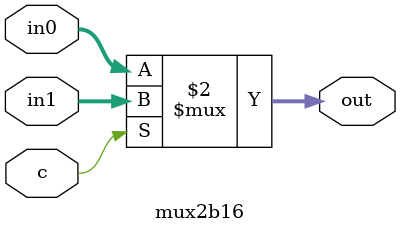
<source format=v>
module mux2b16(
	input[15:0] in0,
	input[15:0] in1,
	input c,
	output[15:0] out
	);
	
	assign out = (!c)?in0 : in1;
	
endmodule

</source>
